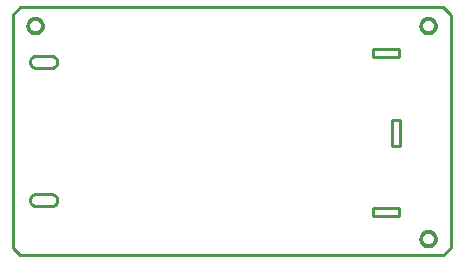
<source format=gbr>
G04 EAGLE Gerber RS-274X export*
G75*
%MOMM*%
%FSLAX34Y34*%
%LPD*%
%IN*%
%IPPOS*%
%AMOC8*
5,1,8,0,0,1.08239X$1,22.5*%
G01*
%ADD10C,0.254000*%


D10*
X0Y6350D02*
X6350Y0D01*
X364490Y0D01*
X370840Y6350D01*
X370840Y203710D01*
X364490Y210060D01*
X6350Y210060D01*
X0Y203710D01*
X0Y6350D01*
X305512Y32840D02*
X327512Y32840D01*
X327512Y39840D01*
X305512Y39840D01*
X305512Y32840D01*
X305512Y167840D02*
X327512Y167840D01*
X327512Y174840D01*
X305512Y174840D01*
X305512Y167840D01*
X321012Y92840D02*
X328012Y92840D01*
X328012Y114840D01*
X321012Y114840D01*
X321012Y92840D01*
X14800Y163556D02*
X14819Y163129D01*
X14874Y162705D01*
X14967Y162288D01*
X15096Y161880D01*
X15259Y161485D01*
X15456Y161106D01*
X15686Y160745D01*
X15946Y160406D01*
X16235Y160091D01*
X16550Y159802D01*
X16889Y159542D01*
X17250Y159312D01*
X17629Y159115D01*
X18024Y158952D01*
X18432Y158823D01*
X18849Y158730D01*
X19273Y158675D01*
X19700Y158656D01*
X32800Y158656D01*
X33215Y158652D01*
X33629Y158685D01*
X34038Y158753D01*
X34440Y158857D01*
X34831Y158995D01*
X35209Y159167D01*
X35570Y159372D01*
X35912Y159607D01*
X36232Y159870D01*
X36528Y160161D01*
X36798Y160477D01*
X37039Y160815D01*
X37249Y161172D01*
X37428Y161546D01*
X37573Y161935D01*
X37684Y162335D01*
X37760Y162743D01*
X37800Y163156D01*
X37800Y163656D01*
X37781Y164092D01*
X37724Y164524D01*
X37630Y164950D01*
X37498Y165366D01*
X37332Y165769D01*
X37130Y166156D01*
X36896Y166524D01*
X36630Y166870D01*
X36336Y167192D01*
X36014Y167486D01*
X35668Y167752D01*
X35300Y167986D01*
X34913Y168188D01*
X34510Y168354D01*
X34094Y168486D01*
X33668Y168580D01*
X33236Y168637D01*
X32800Y168656D01*
X19700Y168656D01*
X19273Y168637D01*
X18849Y168582D01*
X18432Y168489D01*
X18024Y168361D01*
X17629Y168197D01*
X17250Y168000D01*
X16889Y167770D01*
X16550Y167510D01*
X16235Y167221D01*
X15946Y166906D01*
X15686Y166567D01*
X15456Y166206D01*
X15259Y165827D01*
X15096Y165432D01*
X14967Y165024D01*
X14874Y164607D01*
X14819Y164183D01*
X14800Y163756D01*
X14800Y163556D01*
X14800Y46656D02*
X14819Y46220D01*
X14876Y45788D01*
X14970Y45362D01*
X15102Y44946D01*
X15268Y44543D01*
X15470Y44156D01*
X15704Y43788D01*
X15970Y43442D01*
X16264Y43120D01*
X16586Y42826D01*
X16932Y42560D01*
X17300Y42326D01*
X17687Y42124D01*
X18090Y41958D01*
X18506Y41826D01*
X18932Y41732D01*
X19364Y41675D01*
X19800Y41656D01*
X32900Y41656D01*
X33306Y41652D01*
X33711Y41683D01*
X34112Y41750D01*
X34505Y41851D01*
X34889Y41986D01*
X35259Y42154D01*
X35612Y42354D01*
X35947Y42583D01*
X36261Y42841D01*
X36551Y43126D01*
X36816Y43434D01*
X37052Y43765D01*
X37259Y44114D01*
X37434Y44481D01*
X37577Y44861D01*
X37686Y45252D01*
X37761Y45652D01*
X37800Y46056D01*
X37800Y46856D01*
X37782Y47274D01*
X37727Y47690D01*
X37636Y48098D01*
X37511Y48498D01*
X37350Y48885D01*
X37157Y49256D01*
X36932Y49609D01*
X36677Y49941D01*
X36394Y50250D01*
X36085Y50533D01*
X35753Y50788D01*
X35400Y51013D01*
X35029Y51206D01*
X34642Y51367D01*
X34242Y51492D01*
X33834Y51583D01*
X33418Y51638D01*
X33000Y51656D01*
X20200Y51656D01*
X19750Y51658D01*
X19302Y51621D01*
X18859Y51545D01*
X18424Y51431D01*
X18000Y51279D01*
X17592Y51091D01*
X17201Y50868D01*
X16831Y50612D01*
X16485Y50324D01*
X16166Y50008D01*
X15875Y49665D01*
X15615Y49298D01*
X15388Y48909D01*
X15196Y48502D01*
X15040Y48080D01*
X14922Y47647D01*
X14841Y47204D01*
X14800Y46756D01*
X14800Y46656D01*
X24816Y193986D02*
X24743Y193343D01*
X24599Y192711D01*
X24385Y192100D01*
X24104Y191517D01*
X23760Y190968D01*
X23356Y190462D01*
X22898Y190004D01*
X22392Y189600D01*
X21843Y189256D01*
X21260Y188975D01*
X20649Y188761D01*
X20017Y188617D01*
X19374Y188544D01*
X18726Y188544D01*
X18083Y188617D01*
X17451Y188761D01*
X16840Y188975D01*
X16257Y189256D01*
X15708Y189600D01*
X15202Y190004D01*
X14744Y190462D01*
X14340Y190968D01*
X13996Y191517D01*
X13715Y192100D01*
X13501Y192711D01*
X13357Y193343D01*
X13284Y193986D01*
X13284Y194634D01*
X13357Y195277D01*
X13501Y195909D01*
X13715Y196520D01*
X13996Y197103D01*
X14340Y197652D01*
X14744Y198158D01*
X15202Y198616D01*
X15708Y199020D01*
X16257Y199364D01*
X16840Y199645D01*
X17451Y199859D01*
X18083Y200003D01*
X18726Y200076D01*
X19374Y200076D01*
X20017Y200003D01*
X20649Y199859D01*
X21260Y199645D01*
X21843Y199364D01*
X22392Y199020D01*
X22898Y198616D01*
X23356Y198158D01*
X23760Y197652D01*
X24104Y197103D01*
X24385Y196520D01*
X24599Y195909D01*
X24743Y195277D01*
X24816Y194634D01*
X24816Y193986D01*
X357556Y193986D02*
X357483Y193343D01*
X357339Y192711D01*
X357125Y192100D01*
X356844Y191517D01*
X356500Y190968D01*
X356096Y190462D01*
X355638Y190004D01*
X355132Y189600D01*
X354583Y189256D01*
X354000Y188975D01*
X353389Y188761D01*
X352757Y188617D01*
X352114Y188544D01*
X351466Y188544D01*
X350823Y188617D01*
X350191Y188761D01*
X349580Y188975D01*
X348997Y189256D01*
X348448Y189600D01*
X347942Y190004D01*
X347484Y190462D01*
X347080Y190968D01*
X346736Y191517D01*
X346455Y192100D01*
X346241Y192711D01*
X346097Y193343D01*
X346024Y193986D01*
X346024Y194634D01*
X346097Y195277D01*
X346241Y195909D01*
X346455Y196520D01*
X346736Y197103D01*
X347080Y197652D01*
X347484Y198158D01*
X347942Y198616D01*
X348448Y199020D01*
X348997Y199364D01*
X349580Y199645D01*
X350191Y199859D01*
X350823Y200003D01*
X351466Y200076D01*
X352114Y200076D01*
X352757Y200003D01*
X353389Y199859D01*
X354000Y199645D01*
X354583Y199364D01*
X355132Y199020D01*
X355638Y198616D01*
X356096Y198158D01*
X356500Y197652D01*
X356844Y197103D01*
X357125Y196520D01*
X357339Y195909D01*
X357483Y195277D01*
X357556Y194634D01*
X357556Y193986D01*
X357556Y13646D02*
X357483Y13003D01*
X357339Y12371D01*
X357125Y11760D01*
X356844Y11177D01*
X356500Y10628D01*
X356096Y10122D01*
X355638Y9664D01*
X355132Y9260D01*
X354583Y8916D01*
X354000Y8635D01*
X353389Y8421D01*
X352757Y8277D01*
X352114Y8204D01*
X351466Y8204D01*
X350823Y8277D01*
X350191Y8421D01*
X349580Y8635D01*
X348997Y8916D01*
X348448Y9260D01*
X347942Y9664D01*
X347484Y10122D01*
X347080Y10628D01*
X346736Y11177D01*
X346455Y11760D01*
X346241Y12371D01*
X346097Y13003D01*
X346024Y13646D01*
X346024Y14294D01*
X346097Y14937D01*
X346241Y15569D01*
X346455Y16180D01*
X346736Y16763D01*
X347080Y17312D01*
X347484Y17818D01*
X347942Y18276D01*
X348448Y18680D01*
X348997Y19024D01*
X349580Y19305D01*
X350191Y19519D01*
X350823Y19663D01*
X351466Y19736D01*
X352114Y19736D01*
X352757Y19663D01*
X353389Y19519D01*
X354000Y19305D01*
X354583Y19024D01*
X355132Y18680D01*
X355638Y18276D01*
X356096Y17818D01*
X356500Y17312D01*
X356844Y16763D01*
X357125Y16180D01*
X357339Y15569D01*
X357483Y14937D01*
X357556Y14294D01*
X357556Y13646D01*
X25578Y193989D02*
X25515Y193351D01*
X25390Y192722D01*
X25204Y192108D01*
X24958Y191516D01*
X24656Y190950D01*
X24300Y190417D01*
X23893Y189921D01*
X23439Y189467D01*
X22943Y189061D01*
X22410Y188704D01*
X21844Y188402D01*
X21252Y188156D01*
X20638Y187970D01*
X20009Y187845D01*
X19371Y187782D01*
X18729Y187782D01*
X18091Y187845D01*
X17462Y187970D01*
X16848Y188156D01*
X16256Y188402D01*
X15690Y188704D01*
X15157Y189061D01*
X14661Y189467D01*
X14207Y189921D01*
X13801Y190417D01*
X13444Y190950D01*
X13142Y191516D01*
X12896Y192108D01*
X12710Y192722D01*
X12585Y193351D01*
X12522Y193989D01*
X12522Y194631D01*
X12585Y195269D01*
X12710Y195898D01*
X12896Y196512D01*
X13142Y197104D01*
X13444Y197670D01*
X13801Y198203D01*
X14207Y198699D01*
X14661Y199153D01*
X15157Y199560D01*
X15690Y199916D01*
X16256Y200218D01*
X16848Y200464D01*
X17462Y200650D01*
X18091Y200775D01*
X18729Y200838D01*
X19371Y200838D01*
X20009Y200775D01*
X20638Y200650D01*
X21252Y200464D01*
X21844Y200218D01*
X22410Y199916D01*
X22943Y199560D01*
X23439Y199153D01*
X23893Y198699D01*
X24300Y198203D01*
X24656Y197670D01*
X24958Y197104D01*
X25204Y196512D01*
X25390Y195898D01*
X25515Y195269D01*
X25578Y194631D01*
X25578Y193989D01*
X358318Y193989D02*
X358255Y193351D01*
X358130Y192722D01*
X357944Y192108D01*
X357698Y191516D01*
X357396Y190950D01*
X357040Y190417D01*
X356633Y189921D01*
X356179Y189467D01*
X355683Y189061D01*
X355150Y188704D01*
X354584Y188402D01*
X353992Y188156D01*
X353378Y187970D01*
X352749Y187845D01*
X352111Y187782D01*
X351469Y187782D01*
X350831Y187845D01*
X350202Y187970D01*
X349588Y188156D01*
X348996Y188402D01*
X348430Y188704D01*
X347897Y189061D01*
X347401Y189467D01*
X346947Y189921D01*
X346541Y190417D01*
X346184Y190950D01*
X345882Y191516D01*
X345636Y192108D01*
X345450Y192722D01*
X345325Y193351D01*
X345262Y193989D01*
X345262Y194631D01*
X345325Y195269D01*
X345450Y195898D01*
X345636Y196512D01*
X345882Y197104D01*
X346184Y197670D01*
X346541Y198203D01*
X346947Y198699D01*
X347401Y199153D01*
X347897Y199560D01*
X348430Y199916D01*
X348996Y200218D01*
X349588Y200464D01*
X350202Y200650D01*
X350831Y200775D01*
X351469Y200838D01*
X352111Y200838D01*
X352749Y200775D01*
X353378Y200650D01*
X353992Y200464D01*
X354584Y200218D01*
X355150Y199916D01*
X355683Y199560D01*
X356179Y199153D01*
X356633Y198699D01*
X357040Y198203D01*
X357396Y197670D01*
X357698Y197104D01*
X357944Y196512D01*
X358130Y195898D01*
X358255Y195269D01*
X358318Y194631D01*
X358318Y193989D01*
X358318Y13649D02*
X358255Y13011D01*
X358130Y12382D01*
X357944Y11768D01*
X357698Y11176D01*
X357396Y10610D01*
X357040Y10077D01*
X356633Y9581D01*
X356179Y9127D01*
X355683Y8721D01*
X355150Y8364D01*
X354584Y8062D01*
X353992Y7816D01*
X353378Y7630D01*
X352749Y7505D01*
X352111Y7442D01*
X351469Y7442D01*
X350831Y7505D01*
X350202Y7630D01*
X349588Y7816D01*
X348996Y8062D01*
X348430Y8364D01*
X347897Y8721D01*
X347401Y9127D01*
X346947Y9581D01*
X346541Y10077D01*
X346184Y10610D01*
X345882Y11176D01*
X345636Y11768D01*
X345450Y12382D01*
X345325Y13011D01*
X345262Y13649D01*
X345262Y14291D01*
X345325Y14929D01*
X345450Y15558D01*
X345636Y16172D01*
X345882Y16764D01*
X346184Y17330D01*
X346541Y17863D01*
X346947Y18359D01*
X347401Y18813D01*
X347897Y19220D01*
X348430Y19576D01*
X348996Y19878D01*
X349588Y20124D01*
X350202Y20310D01*
X350831Y20435D01*
X351469Y20498D01*
X352111Y20498D01*
X352749Y20435D01*
X353378Y20310D01*
X353992Y20124D01*
X354584Y19878D01*
X355150Y19576D01*
X355683Y19220D01*
X356179Y18813D01*
X356633Y18359D01*
X357040Y17863D01*
X357396Y17330D01*
X357698Y16764D01*
X357944Y16172D01*
X358130Y15558D01*
X358255Y14929D01*
X358318Y14291D01*
X358318Y13649D01*
X25578Y193989D02*
X25515Y193351D01*
X25390Y192722D01*
X25204Y192108D01*
X24958Y191516D01*
X24656Y190950D01*
X24300Y190417D01*
X23893Y189921D01*
X23439Y189467D01*
X22943Y189061D01*
X22410Y188704D01*
X21844Y188402D01*
X21252Y188156D01*
X20638Y187970D01*
X20009Y187845D01*
X19371Y187782D01*
X18729Y187782D01*
X18091Y187845D01*
X17462Y187970D01*
X16848Y188156D01*
X16256Y188402D01*
X15690Y188704D01*
X15157Y189061D01*
X14661Y189467D01*
X14207Y189921D01*
X13801Y190417D01*
X13444Y190950D01*
X13142Y191516D01*
X12896Y192108D01*
X12710Y192722D01*
X12585Y193351D01*
X12522Y193989D01*
X12522Y194631D01*
X12585Y195269D01*
X12710Y195898D01*
X12896Y196512D01*
X13142Y197104D01*
X13444Y197670D01*
X13801Y198203D01*
X14207Y198699D01*
X14661Y199153D01*
X15157Y199560D01*
X15690Y199916D01*
X16256Y200218D01*
X16848Y200464D01*
X17462Y200650D01*
X18091Y200775D01*
X18729Y200838D01*
X19371Y200838D01*
X20009Y200775D01*
X20638Y200650D01*
X21252Y200464D01*
X21844Y200218D01*
X22410Y199916D01*
X22943Y199560D01*
X23439Y199153D01*
X23893Y198699D01*
X24300Y198203D01*
X24656Y197670D01*
X24958Y197104D01*
X25204Y196512D01*
X25390Y195898D01*
X25515Y195269D01*
X25578Y194631D01*
X25578Y193989D01*
X358318Y193989D02*
X358255Y193351D01*
X358130Y192722D01*
X357944Y192108D01*
X357698Y191516D01*
X357396Y190950D01*
X357040Y190417D01*
X356633Y189921D01*
X356179Y189467D01*
X355683Y189061D01*
X355150Y188704D01*
X354584Y188402D01*
X353992Y188156D01*
X353378Y187970D01*
X352749Y187845D01*
X352111Y187782D01*
X351469Y187782D01*
X350831Y187845D01*
X350202Y187970D01*
X349588Y188156D01*
X348996Y188402D01*
X348430Y188704D01*
X347897Y189061D01*
X347401Y189467D01*
X346947Y189921D01*
X346541Y190417D01*
X346184Y190950D01*
X345882Y191516D01*
X345636Y192108D01*
X345450Y192722D01*
X345325Y193351D01*
X345262Y193989D01*
X345262Y194631D01*
X345325Y195269D01*
X345450Y195898D01*
X345636Y196512D01*
X345882Y197104D01*
X346184Y197670D01*
X346541Y198203D01*
X346947Y198699D01*
X347401Y199153D01*
X347897Y199560D01*
X348430Y199916D01*
X348996Y200218D01*
X349588Y200464D01*
X350202Y200650D01*
X350831Y200775D01*
X351469Y200838D01*
X352111Y200838D01*
X352749Y200775D01*
X353378Y200650D01*
X353992Y200464D01*
X354584Y200218D01*
X355150Y199916D01*
X355683Y199560D01*
X356179Y199153D01*
X356633Y198699D01*
X357040Y198203D01*
X357396Y197670D01*
X357698Y197104D01*
X357944Y196512D01*
X358130Y195898D01*
X358255Y195269D01*
X358318Y194631D01*
X358318Y193989D01*
X358318Y13649D02*
X358255Y13011D01*
X358130Y12382D01*
X357944Y11768D01*
X357698Y11176D01*
X357396Y10610D01*
X357040Y10077D01*
X356633Y9581D01*
X356179Y9127D01*
X355683Y8721D01*
X355150Y8364D01*
X354584Y8062D01*
X353992Y7816D01*
X353378Y7630D01*
X352749Y7505D01*
X352111Y7442D01*
X351469Y7442D01*
X350831Y7505D01*
X350202Y7630D01*
X349588Y7816D01*
X348996Y8062D01*
X348430Y8364D01*
X347897Y8721D01*
X347401Y9127D01*
X346947Y9581D01*
X346541Y10077D01*
X346184Y10610D01*
X345882Y11176D01*
X345636Y11768D01*
X345450Y12382D01*
X345325Y13011D01*
X345262Y13649D01*
X345262Y14291D01*
X345325Y14929D01*
X345450Y15558D01*
X345636Y16172D01*
X345882Y16764D01*
X346184Y17330D01*
X346541Y17863D01*
X346947Y18359D01*
X347401Y18813D01*
X347897Y19220D01*
X348430Y19576D01*
X348996Y19878D01*
X349588Y20124D01*
X350202Y20310D01*
X350831Y20435D01*
X351469Y20498D01*
X352111Y20498D01*
X352749Y20435D01*
X353378Y20310D01*
X353992Y20124D01*
X354584Y19878D01*
X355150Y19576D01*
X355683Y19220D01*
X356179Y18813D01*
X356633Y18359D01*
X357040Y17863D01*
X357396Y17330D01*
X357698Y16764D01*
X357944Y16172D01*
X358130Y15558D01*
X358255Y14929D01*
X358318Y14291D01*
X358318Y13649D01*
M02*

</source>
